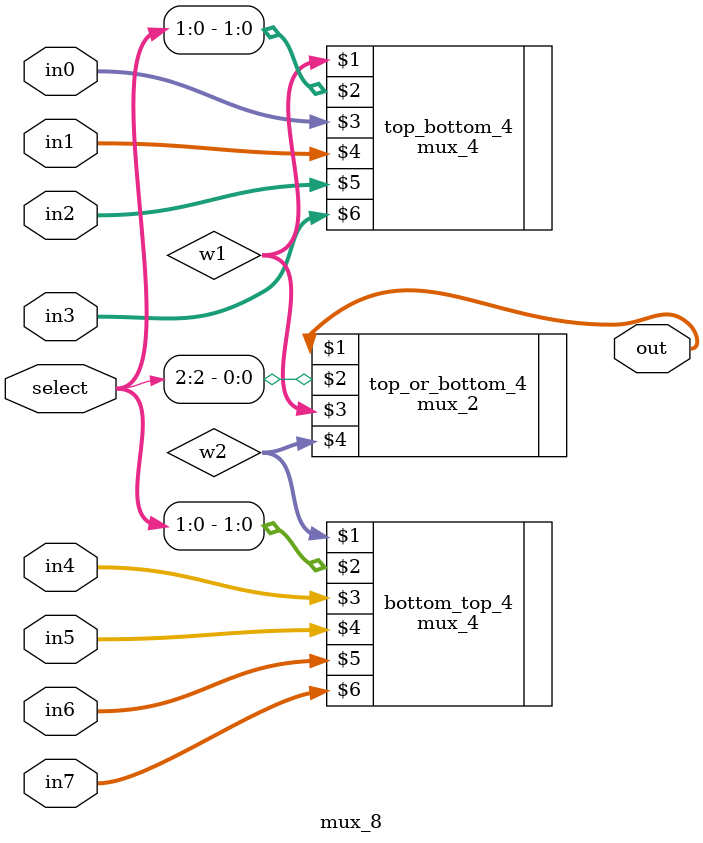
<source format=v>
module mux_8(out,select, in0,in1,in2,in3,in4,in5,in6,in7);
input [2:0] select;
input [31:0] in0,in1,in2,in3,in4,in5,in6,in7;
output [31:0] out;
wire[31:0]w1,w2;
mux_4 top_bottom_4(w1,select[1:0],in0, in1, in2, in3);
mux_4 bottom_top_4(w2,select[1:0],in4, in5, in6, in7);
mux_2 top_or_bottom_4(out,select[2],w1,w2);
endmodule

</source>
